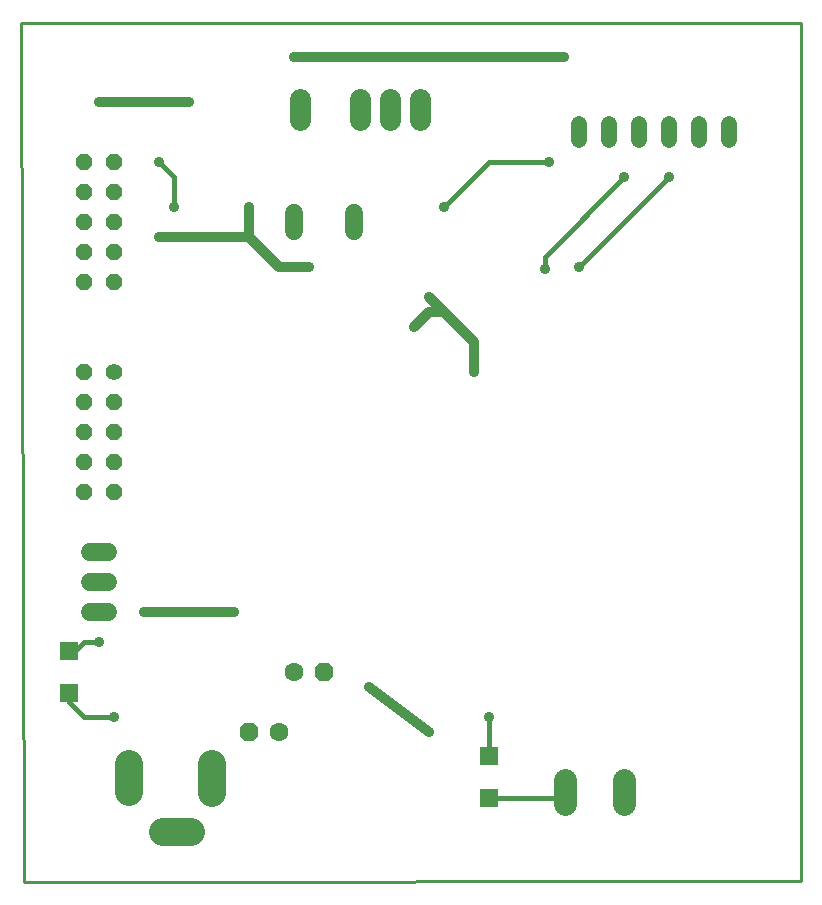
<source format=gtl>
G75*
%MOIN*%
%OFA0B0*%
%FSLAX25Y25*%
%IPPOS*%
%LPD*%
%AMOC8*
5,1,8,0,0,1.08239X$1,22.5*
%
%ADD10C,0.00000*%
%ADD11C,0.01000*%
%ADD12C,0.06300*%
%ADD13OC8,0.06300*%
%ADD14C,0.05600*%
%ADD15OC8,0.05600*%
%ADD16C,0.05200*%
%ADD17C,0.06000*%
%ADD18C,0.09449*%
%ADD19C,0.07000*%
%ADD20R,0.05906X0.05906*%
%ADD21C,0.07800*%
%ADD22C,0.03562*%
%ADD23C,0.03200*%
%ADD24C,0.01600*%
D10*
X0247600Y0001984D02*
X0261600Y0002284D01*
D11*
X0002600Y0001984D02*
X0001500Y0288384D01*
X0261500Y0288384D01*
X0261600Y0002284D01*
X0002600Y0001984D01*
D12*
X0087600Y0051984D03*
X0092600Y0071984D03*
D13*
X0102600Y0071984D03*
X0077600Y0051984D03*
D14*
X0032600Y0171984D03*
D15*
X0032600Y0161984D03*
X0032600Y0151984D03*
X0032600Y0141984D03*
X0032600Y0131984D03*
X0022600Y0131984D03*
X0022600Y0141984D03*
X0022600Y0151984D03*
X0022600Y0161984D03*
X0022600Y0171984D03*
X0022600Y0201984D03*
X0032600Y0201984D03*
X0032600Y0211984D03*
X0032600Y0221984D03*
X0022600Y0221984D03*
X0022600Y0211984D03*
X0022600Y0231984D03*
X0022600Y0241984D03*
X0032600Y0241984D03*
X0032600Y0231984D03*
D16*
X0187600Y0249384D02*
X0187600Y0254584D01*
X0197600Y0254584D02*
X0197600Y0249384D01*
X0207600Y0249384D02*
X0207600Y0254584D01*
X0217600Y0254584D02*
X0217600Y0249384D01*
X0227600Y0249384D02*
X0227600Y0254584D01*
X0237600Y0254584D02*
X0237600Y0249384D01*
D17*
X0112600Y0224984D02*
X0112600Y0218984D01*
X0092600Y0218984D02*
X0092600Y0224984D01*
X0030600Y0111984D02*
X0024600Y0111984D01*
X0024600Y0101984D02*
X0030600Y0101984D01*
X0030600Y0091984D02*
X0024600Y0091984D01*
D18*
X0037421Y0041425D02*
X0037421Y0031976D01*
X0048839Y0018709D02*
X0058287Y0018709D01*
X0065000Y0031760D02*
X0065000Y0041209D01*
D19*
X0094569Y0256083D02*
X0094569Y0263083D01*
X0114569Y0263083D02*
X0114569Y0256083D01*
X0124569Y0256083D02*
X0124569Y0263083D01*
X0134569Y0263083D02*
X0134569Y0256083D01*
D20*
X0017600Y0078874D03*
X0017600Y0065094D03*
X0157600Y0043874D03*
X0157600Y0030094D03*
D21*
X0182700Y0028084D02*
X0182700Y0035884D01*
X0202500Y0035884D02*
X0202500Y0028084D01*
D22*
X0157600Y0056984D03*
X0137600Y0051984D03*
X0117600Y0066984D03*
X0072600Y0091984D03*
X0042600Y0091984D03*
X0027600Y0081984D03*
X0032600Y0056984D03*
X0132600Y0186984D03*
X0137600Y0196984D03*
X0152600Y0171984D03*
X0176000Y0206284D03*
X0187600Y0206984D03*
X0202600Y0236984D03*
X0217600Y0236984D03*
X0182600Y0276984D03*
X0177600Y0241984D03*
X0142600Y0226984D03*
X0097600Y0206984D03*
X0077600Y0226984D03*
X0052600Y0226984D03*
X0047600Y0216984D03*
X0047600Y0241984D03*
X0057600Y0261984D03*
X0027600Y0261984D03*
X0092600Y0276984D03*
D23*
X0182600Y0276984D01*
X0137600Y0196984D02*
X0142600Y0191984D01*
X0137600Y0191984D01*
X0132600Y0186984D01*
X0142600Y0191984D02*
X0152600Y0181984D01*
X0152600Y0171984D01*
X0097600Y0206984D02*
X0087600Y0206984D01*
X0077600Y0216984D01*
X0077600Y0226984D01*
X0077600Y0216984D02*
X0047600Y0216984D01*
X0057600Y0261984D02*
X0027600Y0261984D01*
X0042600Y0091984D02*
X0072600Y0091984D01*
X0117600Y0066984D02*
X0137600Y0051984D01*
D24*
X0157600Y0056984D02*
X0157600Y0043874D01*
X0157600Y0030094D02*
X0180810Y0030094D01*
X0182700Y0031984D01*
X0032600Y0056984D02*
X0022600Y0056984D01*
X0017600Y0061984D01*
X0017600Y0065094D01*
X0017600Y0078874D02*
X0019490Y0078874D01*
X0022600Y0081984D01*
X0027600Y0081984D01*
X0052600Y0226984D02*
X0052600Y0236984D01*
X0047600Y0241984D01*
X0142600Y0226984D02*
X0157600Y0241984D01*
X0177600Y0241984D01*
X0202600Y0236984D02*
X0176000Y0210384D01*
X0176000Y0206284D01*
X0187600Y0206984D02*
X0217600Y0236984D01*
M02*

</source>
